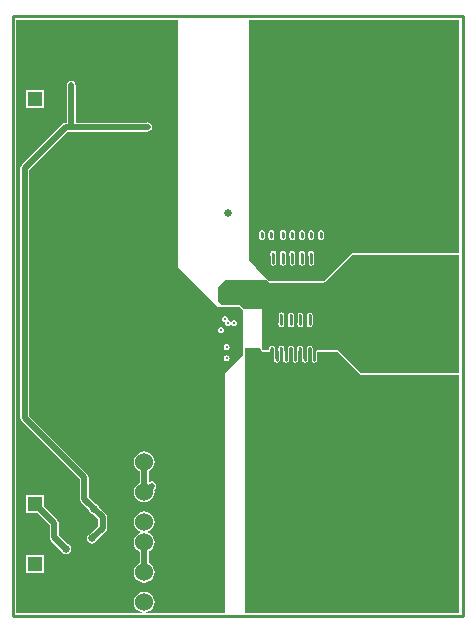
<source format=gbl>
%FSLAX25Y25*%
%MOIN*%
G70*
G01*
G75*
G04 Layer_Physical_Order=4*
G04 Layer_Color=16711680*
%ADD10R,0.03000X0.03370*%
%ADD11R,0.03000X0.03000*%
%ADD12R,0.01181X0.02559*%
%ADD13R,0.07000X0.13500*%
%ADD14R,0.06890X0.05709*%
%ADD15R,0.02953X0.01181*%
%ADD16R,0.02362X0.01181*%
%ADD17R,0.01575X0.02362*%
%ADD18C,0.00886*%
G04:AMPARAMS|DCode=19|XSize=10.83mil|YSize=57.36mil|CornerRadius=2.71mil|HoleSize=0mil|Usage=FLASHONLY|Rotation=180.000|XOffset=0mil|YOffset=0mil|HoleType=Round|Shape=RoundedRectangle|*
%AMROUNDEDRECTD19*
21,1,0.01083,0.05195,0,0,180.0*
21,1,0.00541,0.05736,0,0,180.0*
1,1,0.00541,-0.00271,0.02597*
1,1,0.00541,0.00271,0.02597*
1,1,0.00541,0.00271,-0.02597*
1,1,0.00541,-0.00271,-0.02597*
%
%ADD19ROUNDEDRECTD19*%
G04:AMPARAMS|DCode=20|XSize=10.83mil|YSize=25.79mil|CornerRadius=2.71mil|HoleSize=0mil|Usage=FLASHONLY|Rotation=180.000|XOffset=0mil|YOffset=0mil|HoleType=Round|Shape=RoundedRectangle|*
%AMROUNDEDRECTD20*
21,1,0.01083,0.02037,0,0,180.0*
21,1,0.00541,0.02579,0,0,180.0*
1,1,0.00541,-0.00271,0.01019*
1,1,0.00541,0.00271,0.01019*
1,1,0.00541,0.00271,-0.01019*
1,1,0.00541,-0.00271,-0.01019*
%
%ADD20ROUNDEDRECTD20*%
%ADD21R,0.02362X0.01575*%
%ADD22R,0.05000X0.03000*%
%ADD23R,0.03150X0.03150*%
%ADD24R,0.03937X0.07874*%
%ADD25C,0.02000*%
%ADD26C,0.01500*%
%ADD27C,0.01969*%
%ADD28C,0.01800*%
%ADD29C,0.01200*%
%ADD30C,0.00800*%
%ADD31C,0.01000*%
%ADD32C,0.00984*%
%ADD33C,0.00600*%
%ADD34C,0.01083*%
%ADD35R,0.08268X0.05118*%
%ADD36R,0.09055X0.03937*%
%ADD37R,0.07087X0.03937*%
%ADD38R,0.07087X0.04331*%
%ADD39R,0.02756X0.07087*%
%ADD40R,0.01969X0.07972*%
%ADD41C,0.00984*%
%ADD42C,0.06000*%
%ADD43C,0.05000*%
%ADD44R,0.05000X0.05000*%
%ADD45C,0.02500*%
%ADD46C,0.02000*%
%ADD47C,0.01000*%
%ADD48R,0.00295X0.00098*%
G36*
X148819Y81102D02*
X116142D01*
X109055Y88189D01*
D01*
X109055D01*
X108774Y88470D01*
X108774Y88470D01*
X108621Y88534D01*
X108572Y88583D01*
X108363Y88669D01*
X108260D01*
X108164Y88709D01*
X101625D01*
X101530Y88669D01*
X101426D01*
X101323Y88626D01*
X101250Y88553D01*
X101155Y88514D01*
X101115Y88418D01*
X101042Y88345D01*
Y88242D01*
X101003Y88146D01*
Y85665D01*
X100043D01*
Y88351D01*
X100004Y88446D01*
Y88550D01*
X99947Y88686D01*
Y89274D01*
Y89325D01*
X99871Y89707D01*
X99655Y90031D01*
X99330Y90248D01*
X98948Y90324D01*
X98566Y90248D01*
X98242Y90031D01*
X98025Y89707D01*
X97949Y89325D01*
Y89274D01*
Y88686D01*
X97892Y88550D01*
Y88446D01*
X97853Y88351D01*
Y85665D01*
X96894D01*
Y88351D01*
X96854Y88446D01*
Y88550D01*
X96798Y88686D01*
Y89291D01*
Y89343D01*
X96722Y89725D01*
X96505Y90049D01*
X96181Y90266D01*
X95798Y90342D01*
X95416Y90266D01*
X95092Y90049D01*
X94875Y89725D01*
X94799Y89343D01*
Y89291D01*
Y88686D01*
X94743Y88550D01*
Y88446D01*
X94703Y88351D01*
Y85665D01*
X93744D01*
Y88412D01*
X93704Y88507D01*
Y88611D01*
X93673Y88686D01*
Y89309D01*
Y89360D01*
X93597Y89743D01*
X93381Y90067D01*
X93056Y90284D01*
X92674Y90360D01*
X92292Y90284D01*
X91967Y90067D01*
X91751Y89743D01*
X91675Y89360D01*
Y89309D01*
Y88686D01*
X91618Y88550D01*
Y88446D01*
X91579Y88351D01*
Y85665D01*
X90620D01*
Y88351D01*
X90580Y88446D01*
Y88550D01*
X90524Y88686D01*
Y89309D01*
Y89360D01*
X90448Y89743D01*
X90231Y90067D01*
X89907Y90284D01*
X89524Y90360D01*
X89142Y90284D01*
X88818Y90067D01*
X88601Y89743D01*
X88525Y89360D01*
Y89309D01*
Y88686D01*
X88469Y88550D01*
Y88446D01*
X88429Y88351D01*
Y85665D01*
X87470D01*
Y88351D01*
X87430Y88446D01*
Y88550D01*
X87374Y88686D01*
Y89309D01*
Y89360D01*
X87298Y89743D01*
X87081Y90067D01*
X86757Y90284D01*
X86375Y90360D01*
X85992Y90284D01*
X85668Y90067D01*
X85452Y89743D01*
X85376Y89360D01*
Y89309D01*
Y88812D01*
X85345Y88739D01*
X85272Y88709D01*
X83442D01*
X83266Y88782D01*
X83144Y88903D01*
X83071Y89080D01*
Y89370D01*
Y97479D01*
Y102362D01*
X77165D01*
X75590Y103937D01*
X69685D01*
X68504Y105118D01*
Y109449D01*
Y109843D01*
X70866Y112205D01*
X84501D01*
X85263Y111444D01*
X85630Y111292D01*
X103543D01*
X103911Y111444D01*
X104672Y112205D01*
X104724D01*
X110630Y118110D01*
X112992Y120472D01*
X148819D01*
Y81102D01*
D02*
G37*
G36*
Y131102D02*
Y121260D01*
X112992D01*
X104304Y112572D01*
X103616Y111884D01*
X103440Y111811D01*
X85733D01*
X85557Y111884D01*
X84869Y112572D01*
X81201Y116240D01*
X78740Y118701D01*
Y129134D01*
Y185827D01*
Y198819D01*
X148819D01*
Y131102D01*
D02*
G37*
G36*
X99428Y89274D02*
D01*
Y88686D01*
X99467Y88591D01*
Y88487D01*
X99496Y88418D01*
X99524Y88351D01*
Y85665D01*
Y85575D01*
X99600Y85192D01*
X99816Y84868D01*
X100140Y84652D01*
X100523Y84576D01*
X100905Y84652D01*
X101229Y84868D01*
X101446Y85192D01*
X101522Y85575D01*
Y88043D01*
Y88146D01*
X101522D01*
X101530Y88149D01*
X101625Y88189D01*
X101729D01*
X108164D01*
D01*
X108373Y88103D01*
X108422Y88054D01*
X108480Y88030D01*
X108688Y87822D01*
X108688Y87822D01*
X108688Y87822D01*
X115774Y80735D01*
X116142Y80583D01*
X148819D01*
Y1181D01*
X77559D01*
Y78995D01*
Y89370D01*
X82551D01*
Y89080D01*
X82591Y88984D01*
Y88881D01*
X82664Y88705D01*
X82737Y88631D01*
X82777Y88536D01*
X82898Y88414D01*
X82994Y88375D01*
X83067Y88302D01*
X83243Y88228D01*
X83347D01*
X83442Y88189D01*
X85272D01*
X85368Y88228D01*
X85471Y88228D01*
X85544Y88259D01*
X85544D01*
X85544Y88259D01*
X85544Y88259D01*
X85617Y88332D01*
X85640Y88341D01*
X85649Y88364D01*
X85685Y88399D01*
X85721Y88435D01*
X85743Y88445D01*
X85752Y88467D01*
X85825Y88540D01*
X85825Y88540D01*
X85825Y88540D01*
Y88540D01*
X85856Y88613D01*
X85856Y88716D01*
X85895Y88812D01*
Y89309D01*
D01*
X85907Y89370D01*
X86842D01*
X86854Y89309D01*
D01*
Y88686D01*
X86894Y88591D01*
Y88487D01*
X86923Y88418D01*
X86950Y88351D01*
Y85665D01*
Y85610D01*
X87027Y85228D01*
X87243Y84904D01*
X87567Y84687D01*
X87950Y84611D01*
X88332Y84687D01*
X88656Y84904D01*
X88873Y85228D01*
X88949Y85610D01*
Y88248D01*
Y88351D01*
D01*
X88949Y88351D01*
X89005Y88487D01*
Y88591D01*
X89045Y88686D01*
Y89309D01*
D01*
X89057Y89370D01*
X89992D01*
X90004Y89309D01*
D01*
Y88686D01*
X90044Y88591D01*
Y88487D01*
X90072Y88418D01*
X90100Y88351D01*
Y85665D01*
Y85593D01*
X90176Y85210D01*
X90393Y84886D01*
X90717Y84669D01*
X91099Y84593D01*
X91482Y84669D01*
X91806Y84886D01*
X92022Y85210D01*
X92098Y85593D01*
Y88248D01*
Y88351D01*
D01*
X92098Y88351D01*
X92155Y88487D01*
Y88591D01*
X92194Y88686D01*
Y89309D01*
D01*
X92207Y89370D01*
X93142D01*
X93154Y89309D01*
D01*
Y88686D01*
X93185Y88611D01*
D01*
Y88507D01*
X93204Y88461D01*
X93224Y88412D01*
X93224Y88412D01*
D01*
Y88309D01*
Y85665D01*
Y85575D01*
X93300Y85192D01*
X93517Y84868D01*
X93841Y84652D01*
X94224Y84576D01*
X94606Y84652D01*
X94930Y84868D01*
X95147Y85192D01*
X95223Y85575D01*
Y88248D01*
Y88351D01*
D01*
X95223Y88351D01*
X95279Y88487D01*
Y88591D01*
X95319Y88686D01*
Y89291D01*
D01*
X95334Y89370D01*
X96262D01*
X96278Y89291D01*
D01*
Y88686D01*
X96318Y88591D01*
Y88487D01*
X96346Y88418D01*
X96374Y88351D01*
Y85665D01*
Y85575D01*
X96450Y85192D01*
X96667Y84868D01*
X96991Y84652D01*
X97373Y84576D01*
X97756Y84652D01*
X98080Y84868D01*
X98296Y85192D01*
X98372Y85575D01*
Y88248D01*
Y88351D01*
D01*
X98372Y88351D01*
X98429Y88487D01*
Y88591D01*
X98468Y88686D01*
Y89274D01*
D01*
X98488Y89370D01*
X99409D01*
X99428Y89274D01*
D02*
G37*
G36*
X55118Y142126D02*
Y116535D01*
X67716Y103937D01*
X68504Y103150D01*
X75643D01*
X76772Y102021D01*
Y94095D01*
Y87148D01*
X73552Y83928D01*
X73622Y83858D01*
X70866Y81102D01*
Y76378D01*
Y1181D01*
X1181D01*
Y198819D01*
X55118D01*
Y142126D01*
D02*
G37*
%LPC*%
G36*
X89524Y101320D02*
X89142Y101244D01*
X88818Y101028D01*
X88601Y100703D01*
X88525Y100321D01*
Y97321D01*
X88525Y97321D01*
X88525Y97321D01*
X88601Y96938D01*
X88818Y96614D01*
X89142Y96398D01*
X89524Y96322D01*
X89907Y96398D01*
X90231Y96614D01*
X90448Y96938D01*
X90524Y97321D01*
X90524Y97321D01*
X90524Y97321D01*
Y100321D01*
X90448Y100703D01*
X90231Y101028D01*
X89907Y101244D01*
X89524Y101320D01*
D02*
G37*
G36*
X69390Y96472D02*
X69007Y96396D01*
X68683Y96179D01*
X68467Y95855D01*
X68391Y95472D01*
X68467Y95090D01*
X68683Y94766D01*
X69007Y94549D01*
X69390Y94473D01*
X69772Y94549D01*
X70096Y94766D01*
X70313Y95090D01*
X70389Y95472D01*
X70313Y95855D01*
X70096Y96179D01*
X69772Y96396D01*
X69390Y96472D01*
D02*
G37*
G36*
X95824Y101320D02*
X95441Y101244D01*
X95117Y101028D01*
X94901Y100703D01*
X94824Y100321D01*
Y97321D01*
X94901Y96939D01*
X95117Y96614D01*
X95441Y96398D01*
X95824Y96322D01*
X96206Y96398D01*
X96530Y96614D01*
X96747Y96939D01*
X96823Y97321D01*
Y100321D01*
X96747Y100703D01*
X96530Y101028D01*
X96206Y101244D01*
X95824Y101320D01*
D02*
G37*
G36*
X98973D02*
X98591Y101244D01*
X98267Y101028D01*
X98050Y100703D01*
X97974Y100321D01*
Y97321D01*
X98050Y96939D01*
X98267Y96614D01*
X98591Y96398D01*
X98973Y96322D01*
X99356Y96398D01*
X99680Y96614D01*
X99896Y96939D01*
X99972Y97321D01*
Y100321D01*
X99896Y100703D01*
X99680Y101028D01*
X99356Y101244D01*
X98973Y101320D01*
D02*
G37*
G36*
X92674D02*
X92292Y101244D01*
X91967Y101028D01*
X91751Y100703D01*
X91675Y100321D01*
Y97321D01*
X91675Y97321D01*
X91675Y97321D01*
X91751Y96938D01*
X91967Y96614D01*
X92292Y96398D01*
X92674Y96322D01*
X93056Y96398D01*
X93381Y96614D01*
X93597Y96938D01*
X93673Y97321D01*
X93673Y97321D01*
X93673Y97321D01*
Y100321D01*
X93597Y100703D01*
X93381Y101028D01*
X93056Y101244D01*
X92674Y101320D01*
D02*
G37*
G36*
X71260Y90861D02*
X70877Y90785D01*
X70553Y90569D01*
X70337Y90245D01*
X70261Y89862D01*
X70337Y89480D01*
X70553Y89156D01*
X70877Y88939D01*
X71260Y88863D01*
X71642Y88939D01*
X71966Y89156D01*
X72183Y89480D01*
X72259Y89862D01*
X72183Y90245D01*
X71966Y90569D01*
X71642Y90785D01*
X71260Y90861D01*
D02*
G37*
G36*
X10480Y20480D02*
X4520D01*
Y14520D01*
X10480D01*
Y20480D01*
D02*
G37*
G36*
X43795Y35006D02*
X42887Y34887D01*
X42040Y34536D01*
X41313Y33978D01*
X40756Y33251D01*
X40405Y32405D01*
X40285Y31496D01*
X40405Y30588D01*
X40756Y29741D01*
X41313Y29014D01*
X42040Y28456D01*
X42876Y28110D01*
X42040Y27764D01*
X41313Y27206D01*
X40756Y26479D01*
X40405Y25633D01*
X40285Y24724D01*
X40405Y23816D01*
X40756Y22969D01*
X41313Y22242D01*
X42040Y21685D01*
X42286Y21583D01*
Y17866D01*
X42040Y17764D01*
X41313Y17206D01*
X40756Y16479D01*
X40405Y15633D01*
X40285Y14724D01*
X40405Y13816D01*
X40756Y12969D01*
X41313Y12242D01*
X42040Y11685D01*
X42887Y11334D01*
X43795Y11214D01*
X44704Y11334D01*
X45550Y11685D01*
X46277Y12242D01*
X46835Y12969D01*
X47186Y13816D01*
X47305Y14724D01*
X47186Y15633D01*
X46835Y16479D01*
X46277Y17206D01*
X45550Y17764D01*
X45304Y17866D01*
Y21583D01*
X45550Y21685D01*
X46277Y22242D01*
X46835Y22969D01*
X47186Y23816D01*
X47305Y24724D01*
X47186Y25633D01*
X46835Y26479D01*
X46277Y27206D01*
X45550Y27764D01*
X44715Y28110D01*
X45550Y28456D01*
X46277Y29014D01*
X46835Y29741D01*
X47186Y30588D01*
X47305Y31496D01*
X47186Y32405D01*
X46835Y33251D01*
X46277Y33978D01*
X45550Y34536D01*
X44704Y34887D01*
X43795Y35006D01*
D02*
G37*
G36*
Y8234D02*
X42887Y8115D01*
X42040Y7764D01*
X41313Y7206D01*
X40756Y6479D01*
X40405Y5633D01*
X40285Y4724D01*
X40405Y3816D01*
X40756Y2969D01*
X41313Y2242D01*
X42040Y1685D01*
X42887Y1334D01*
X43795Y1214D01*
X44704Y1334D01*
X45550Y1685D01*
X46277Y2242D01*
X46835Y2969D01*
X47186Y3816D01*
X47305Y4724D01*
X47186Y5633D01*
X46835Y6479D01*
X46277Y7206D01*
X45550Y7764D01*
X44704Y8115D01*
X43795Y8234D01*
D02*
G37*
G36*
X10480Y40480D02*
X4520D01*
Y34520D01*
X8346D01*
X12270Y30595D01*
Y26378D01*
X12385Y25800D01*
X12712Y25311D01*
X16045Y21979D01*
X16087Y21766D01*
X16469Y21194D01*
X17041Y20811D01*
X17717Y20677D01*
X18392Y20811D01*
X18964Y21194D01*
X19346Y21766D01*
X19480Y22441D01*
X19346Y23116D01*
X18964Y23688D01*
X18392Y24071D01*
X18179Y24113D01*
X15289Y27003D01*
Y31220D01*
X15289Y31220D01*
X15174Y31798D01*
X15065Y31960D01*
X14846Y32287D01*
X14846Y32287D01*
X10480Y36654D01*
Y40480D01*
D02*
G37*
G36*
X71260Y87023D02*
X70877Y86947D01*
X70553Y86730D01*
X70337Y86406D01*
X70261Y86024D01*
X70337Y85641D01*
X70553Y85317D01*
X70877Y85101D01*
X71260Y85024D01*
X71642Y85101D01*
X71966Y85317D01*
X72183Y85641D01*
X72259Y86024D01*
X72183Y86406D01*
X71966Y86730D01*
X71642Y86947D01*
X71260Y87023D01*
D02*
G37*
G36*
X43795Y55006D02*
X42887Y54887D01*
X42040Y54536D01*
X41313Y53978D01*
X40756Y53251D01*
X40405Y52404D01*
X40285Y51496D01*
X40405Y50588D01*
X40756Y49741D01*
X41313Y49014D01*
X42040Y48456D01*
X42286Y48354D01*
Y44638D01*
X42040Y44536D01*
X41313Y43978D01*
X40756Y43251D01*
X40405Y42404D01*
X40285Y41496D01*
X40405Y40588D01*
X40756Y39741D01*
X41313Y39014D01*
X42040Y38456D01*
X42887Y38106D01*
X43795Y37986D01*
X44704Y38106D01*
X45550Y38456D01*
X46277Y39014D01*
X46835Y39741D01*
X47186Y40588D01*
X47305Y41496D01*
X47212Y42205D01*
X47417Y42409D01*
X47744Y42899D01*
X47859Y43476D01*
X47744Y44054D01*
X47417Y44543D01*
X46927Y44870D01*
X46350Y44985D01*
X45772Y44870D01*
X45378Y44607D01*
X45304Y44638D01*
Y48354D01*
X45550Y48456D01*
X46277Y49014D01*
X46835Y49741D01*
X47186Y50588D01*
X47305Y51496D01*
X47186Y52404D01*
X46835Y53251D01*
X46277Y53978D01*
X45550Y54536D01*
X44704Y54887D01*
X43795Y55006D01*
D02*
G37*
G36*
X19500Y178509D02*
X18923Y178394D01*
X18433Y178067D01*
X18106Y177577D01*
X17991Y177000D01*
Y164600D01*
X17618D01*
X17041Y164485D01*
X16551Y164158D01*
X2968Y150575D01*
X2641Y150085D01*
X2526Y149508D01*
Y66043D01*
X2641Y65466D01*
X2968Y64976D01*
X22255Y45690D01*
Y39236D01*
X22370Y38659D01*
X22697Y38169D01*
X25491Y35375D01*
X25536Y35152D01*
X25918Y34580D01*
X26490Y34197D01*
X26713Y34153D01*
X28491Y32375D01*
Y30125D01*
X26038Y27672D01*
X25825Y27630D01*
X25253Y27247D01*
X24870Y26675D01*
X24736Y26000D01*
X24870Y25325D01*
X25253Y24753D01*
X25825Y24370D01*
X26500Y24236D01*
X27175Y24370D01*
X27747Y24753D01*
X28130Y25325D01*
X28172Y25538D01*
X31067Y28433D01*
X31394Y28923D01*
X31509Y29500D01*
X31509Y29500D01*
Y30000D01*
Y33000D01*
X31509Y33000D01*
X31394Y33577D01*
X31286Y33740D01*
X31067Y34067D01*
X31067Y34067D01*
X28835Y36299D01*
X28795Y36502D01*
X28413Y37074D01*
X27840Y37456D01*
X27637Y37497D01*
X25273Y39861D01*
Y46315D01*
X25158Y46892D01*
X24831Y47382D01*
X5544Y66668D01*
Y148883D01*
X18243Y161582D01*
X44882D01*
X45459Y161696D01*
X45949Y162023D01*
X45988Y162083D01*
X46047Y162122D01*
X46374Y162611D01*
X46489Y163189D01*
X46374Y163767D01*
X46047Y164256D01*
X45558Y164583D01*
X44980Y164698D01*
X44486Y164600D01*
X21009D01*
Y177000D01*
X20894Y177577D01*
X20567Y178067D01*
X20077Y178394D01*
X19500Y178509D01*
D02*
G37*
G36*
X96358Y128877D02*
X95976Y128801D01*
X95652Y128585D01*
X95435Y128260D01*
X95359Y127878D01*
Y126378D01*
X95435Y125996D01*
X95652Y125671D01*
X95976Y125455D01*
X96358Y125379D01*
X96741Y125455D01*
X97065Y125671D01*
X97281Y125996D01*
X97357Y126378D01*
Y127878D01*
X97281Y128260D01*
X97065Y128585D01*
X96741Y128801D01*
X96358Y128877D01*
D02*
G37*
G36*
X93209D02*
X92826Y128801D01*
X92502Y128585D01*
X92286Y128260D01*
X92210Y127878D01*
Y126378D01*
X92286Y125996D01*
X92502Y125671D01*
X92826Y125455D01*
X93209Y125379D01*
X93591Y125455D01*
X93915Y125671D01*
X94132Y125996D01*
X94208Y126378D01*
Y127878D01*
X94132Y128260D01*
X93915Y128585D01*
X93591Y128801D01*
X93209Y128877D01*
D02*
G37*
G36*
X86221D02*
X85838Y128801D01*
X85514Y128585D01*
X85297Y128260D01*
X85221Y127878D01*
Y126378D01*
X85297Y125996D01*
X85514Y125671D01*
X85838Y125455D01*
X86221Y125379D01*
X86603Y125455D01*
X86927Y125671D01*
X87144Y125996D01*
X87220Y126378D01*
Y127878D01*
X87144Y128260D01*
X86927Y128585D01*
X86603Y128801D01*
X86221Y128877D01*
D02*
G37*
G36*
X99508D02*
X99125Y128801D01*
X98801Y128585D01*
X98585Y128260D01*
X98509Y127878D01*
Y126378D01*
X98585Y125996D01*
X98801Y125671D01*
X99125Y125455D01*
X99508Y125379D01*
X99890Y125455D01*
X100214Y125671D01*
X100431Y125996D01*
X100507Y126378D01*
Y127878D01*
X100431Y128260D01*
X100214Y128585D01*
X99890Y128801D01*
X99508Y128877D01*
D02*
G37*
G36*
X10480Y175480D02*
X4520D01*
Y169520D01*
X10480D01*
Y175480D01*
D02*
G37*
G36*
X90059Y128976D02*
X89677Y128900D01*
X89353Y128683D01*
X89136Y128359D01*
X89060Y127976D01*
Y126476D01*
X89136Y126094D01*
X89353Y125770D01*
X89677Y125553D01*
X90059Y125477D01*
X90441Y125553D01*
X90766Y125770D01*
X90982Y126094D01*
X91058Y126476D01*
Y127976D01*
X90982Y128359D01*
X90766Y128683D01*
X90441Y128900D01*
X90059Y128976D01*
D02*
G37*
G36*
X102657Y128877D02*
X102275Y128801D01*
X101951Y128585D01*
X101734Y128260D01*
X101658Y127878D01*
Y126378D01*
X101734Y125996D01*
X101951Y125671D01*
X102275Y125455D01*
X102657Y125379D01*
X103040Y125455D01*
X103364Y125671D01*
X103581Y125996D01*
X103657Y126378D01*
Y127878D01*
X103581Y128260D01*
X103364Y128585D01*
X103040Y128801D01*
X102657Y128877D01*
D02*
G37*
G36*
X83071Y128877D02*
X82688Y128801D01*
X82364Y128585D01*
X82148Y128260D01*
X82072Y127878D01*
Y126378D01*
X82148Y125996D01*
X82364Y125671D01*
X82688Y125455D01*
X83071Y125379D01*
X83453Y125455D01*
X83777Y125671D01*
X83994Y125996D01*
X84070Y126378D01*
Y127878D01*
X83994Y128260D01*
X83777Y128585D01*
X83453Y128801D01*
X83071Y128877D01*
D02*
G37*
G36*
X86876Y121974D02*
X86493Y121898D01*
X86169Y121681D01*
X85952Y121357D01*
X85876Y120975D01*
Y117975D01*
X85952Y117592D01*
X86169Y117268D01*
X86493Y117052D01*
X86876Y116976D01*
X87258Y117052D01*
X87582Y117268D01*
X87799Y117592D01*
X87875Y117975D01*
Y120975D01*
X87799Y121357D01*
X87582Y121681D01*
X87258Y121898D01*
X86876Y121974D01*
D02*
G37*
G36*
X73721Y98735D02*
X73338Y98659D01*
X73014Y98443D01*
X72797Y98119D01*
X72721Y97736D01*
X72797Y97354D01*
X73014Y97030D01*
X73338Y96813D01*
X73721Y96737D01*
X74103Y96813D01*
X74427Y97030D01*
X74644Y97354D01*
X74720Y97736D01*
X74644Y98119D01*
X74427Y98443D01*
X74103Y98659D01*
X73721Y98735D01*
D02*
G37*
G36*
X70768Y100212D02*
X70385Y100136D01*
X70061Y99919D01*
X69845Y99595D01*
X69769Y99213D01*
X69845Y98830D01*
X70061Y98506D01*
X70385Y98289D01*
X70768Y98213D01*
X70798Y98219D01*
X70730Y98119D01*
X70654Y97736D01*
X70730Y97354D01*
X70947Y97030D01*
X71271Y96813D01*
X71653Y96737D01*
X72036Y96813D01*
X72360Y97030D01*
X72577Y97354D01*
X72653Y97736D01*
X72577Y98119D01*
X72360Y98443D01*
X72036Y98659D01*
X71653Y98735D01*
X71623Y98729D01*
X71691Y98830D01*
X71767Y99213D01*
X71691Y99595D01*
X71474Y99919D01*
X71150Y100136D01*
X70768Y100212D01*
D02*
G37*
G36*
X90025Y121974D02*
X89643Y121898D01*
X89319Y121681D01*
X89102Y121357D01*
X89026Y120975D01*
Y117975D01*
X89102Y117592D01*
X89319Y117268D01*
X89643Y117052D01*
X90025Y116976D01*
X90408Y117052D01*
X90732Y117268D01*
X90948Y117592D01*
X91024Y117975D01*
Y120975D01*
X90948Y121357D01*
X90732Y121681D01*
X90408Y121898D01*
X90025Y121974D01*
D02*
G37*
G36*
X99474D02*
X99092Y121898D01*
X98767Y121681D01*
X98551Y121357D01*
X98475Y120975D01*
Y117975D01*
X98551Y117592D01*
X98767Y117268D01*
X99092Y117052D01*
X99474Y116976D01*
X99856Y117052D01*
X100180Y117268D01*
X100397Y117592D01*
X100473Y117975D01*
Y120975D01*
X100397Y121357D01*
X100180Y121681D01*
X99856Y121898D01*
X99474Y121974D01*
D02*
G37*
G36*
X96324D02*
X95942Y121898D01*
X95618Y121681D01*
X95401Y121357D01*
X95325Y120975D01*
Y117975D01*
X95401Y117592D01*
X95618Y117268D01*
X95942Y117052D01*
X96324Y116976D01*
X96707Y117052D01*
X97031Y117268D01*
X97247Y117592D01*
X97324Y117975D01*
Y120975D01*
X97247Y121357D01*
X97031Y121681D01*
X96707Y121898D01*
X96324Y121974D01*
D02*
G37*
G36*
X93175D02*
X92792Y121898D01*
X92468Y121681D01*
X92252Y121357D01*
X92176Y120975D01*
Y117975D01*
X92252Y117592D01*
X92468Y117268D01*
X92792Y117052D01*
X93175Y116976D01*
X93557Y117052D01*
X93881Y117268D01*
X94098Y117592D01*
X94174Y117975D01*
Y120975D01*
X94098Y121357D01*
X93881Y121681D01*
X93557Y121898D01*
X93175Y121974D01*
D02*
G37*
%LPD*%
D25*
X13780Y26378D02*
Y31220D01*
X7500Y37500D02*
X13780Y31220D01*
Y26378D02*
X17717Y22441D01*
X26500Y26000D02*
X30000Y29500D01*
Y30000D01*
X43795Y14724D02*
Y24724D01*
Y41496D02*
Y51496D01*
X18202Y31736D02*
X20022Y29916D01*
X24782D01*
X8300Y7000D02*
X10480Y9180D01*
X14300D01*
X43692Y40819D02*
X46350Y43476D01*
X4035Y66043D02*
Y149508D01*
X17618Y163091D01*
X44882D01*
X23764Y39236D02*
X30000Y33000D01*
X23764Y39236D02*
Y46315D01*
X4035Y66043D02*
X23764Y46315D01*
X30000Y30000D02*
Y33000D01*
X19500Y163591D02*
Y177000D01*
D30*
X75886Y94784D02*
Y97638D01*
D31*
X85313Y117235D02*
Y120235D01*
X101049Y117225D02*
Y120225D01*
X97899Y117225D02*
Y120225D01*
X94750Y117225D02*
Y120225D01*
X91600Y117225D02*
Y120225D01*
X88450Y117225D02*
Y120225D01*
X100523Y85575D02*
Y88575D01*
X97373Y85575D02*
Y88575D01*
X94224Y85575D02*
Y88575D01*
X91099Y85593D02*
Y88593D01*
X87950Y85610D02*
Y88610D01*
X100548Y98071D02*
Y101071D01*
X97398Y98071D02*
Y101071D01*
X94249Y98071D02*
Y101071D01*
X91099Y98071D02*
Y101071D01*
X87950Y98071D02*
Y101071D01*
X98973Y97321D02*
Y100321D01*
X92674Y97321D02*
Y100321D01*
X95824Y97321D02*
Y100321D01*
X89524Y97321D02*
Y100321D01*
X86375Y84860D02*
Y87817D01*
X86350Y87843D02*
X86375Y87817D01*
X89524Y84843D02*
Y87800D01*
X89499Y87825D02*
X89524Y87800D01*
X92649Y84825D02*
Y87825D01*
X95798Y84825D02*
Y87825D01*
X98948Y84825D02*
Y87825D01*
X83071Y126378D02*
Y127878D01*
X86221Y126378D02*
Y127878D01*
X90059Y126476D02*
Y127976D01*
X93209Y126378D02*
Y127878D01*
X96358Y126378D02*
Y127878D01*
X99508Y126378D02*
Y127878D01*
X102657Y126378D02*
Y127878D01*
X86876Y117975D02*
Y120975D01*
X90025Y117975D02*
Y120975D01*
X93175Y117975D02*
Y120975D01*
X96324Y117975D02*
Y120975D01*
X99474Y117975D02*
Y120975D01*
X86375Y86360D02*
Y89360D01*
X89524Y86343D02*
Y89360D01*
X92674Y86350D02*
Y89360D01*
X92649Y86325D02*
X92674Y86350D01*
X95798Y86325D02*
Y89343D01*
X98948Y86325D02*
Y89325D01*
D32*
X0Y0D02*
X150000D01*
X0Y200000D02*
X150000D01*
D41*
Y0D02*
Y200000D01*
X0Y0D02*
Y200000D01*
D42*
X43795Y4724D02*
D03*
Y14724D02*
D03*
Y24724D02*
D03*
Y31496D02*
D03*
Y41496D02*
D03*
Y51496D02*
D03*
D43*
X133000Y155500D02*
D03*
Y145500D02*
D03*
Y135500D02*
D03*
Y125500D02*
D03*
X143000Y155500D02*
D03*
Y145500D02*
D03*
Y135500D02*
D03*
Y125500D02*
D03*
X133000Y75500D02*
D03*
Y65500D02*
D03*
Y55500D02*
D03*
Y45500D02*
D03*
X143000Y115500D02*
D03*
Y105500D02*
D03*
Y95500D02*
D03*
Y85500D02*
D03*
X7500Y182500D02*
D03*
X143000Y75500D02*
D03*
Y65500D02*
D03*
Y55500D02*
D03*
Y45500D02*
D03*
X7500Y7500D02*
D03*
Y27500D02*
D03*
X133000Y115500D02*
D03*
Y105500D02*
D03*
Y95500D02*
D03*
Y85500D02*
D03*
X100394Y77953D02*
D03*
D44*
X7500Y172500D02*
D03*
Y17500D02*
D03*
Y37500D02*
D03*
D45*
X17717Y22441D02*
D03*
X120000Y78000D02*
D03*
Y68000D02*
D03*
Y58000D02*
D03*
X120079Y38189D02*
D03*
Y48425D02*
D03*
X90000Y68000D02*
D03*
X100000D02*
D03*
X110000D02*
D03*
X90000Y78000D02*
D03*
X110000D02*
D03*
X90000Y48000D02*
D03*
X100000D02*
D03*
X110000D02*
D03*
X90000Y58000D02*
D03*
X100000D02*
D03*
X110000D02*
D03*
X113000Y144500D02*
D03*
X103000D02*
D03*
X93000D02*
D03*
X113000Y134500D02*
D03*
X103000D02*
D03*
X93000D02*
D03*
X123228Y144882D02*
D03*
Y154724D02*
D03*
Y134646D02*
D03*
X71878Y134421D02*
D03*
X26500Y26000D02*
D03*
X27165Y35827D02*
D03*
X110000Y38000D02*
D03*
X100000D02*
D03*
X90000D02*
D03*
X130000Y28000D02*
D03*
X120000D02*
D03*
X110000D02*
D03*
X100000D02*
D03*
X90000D02*
D03*
X130000Y18000D02*
D03*
X120000D02*
D03*
X110000D02*
D03*
X100000D02*
D03*
X90000D02*
D03*
X130000Y8000D02*
D03*
X120000D02*
D03*
X110000D02*
D03*
X100000D02*
D03*
X90000D02*
D03*
X140000D02*
D03*
Y18000D02*
D03*
Y28000D02*
D03*
X143000Y184500D02*
D03*
Y174500D02*
D03*
Y164500D02*
D03*
X113000Y154500D02*
D03*
X103000D02*
D03*
X93000D02*
D03*
Y164500D02*
D03*
X103000D02*
D03*
X113000D02*
D03*
X123000D02*
D03*
X133000D02*
D03*
X93000Y174500D02*
D03*
X103000D02*
D03*
X113000D02*
D03*
X123000D02*
D03*
X133000D02*
D03*
X93000Y184500D02*
D03*
X103000D02*
D03*
X113000D02*
D03*
X123000D02*
D03*
X133000D02*
D03*
X18202Y31736D02*
D03*
D46*
X26691Y172570D02*
D03*
Y175370D02*
D03*
X30191Y175270D02*
D03*
X30091Y172570D02*
D03*
X44980Y163189D02*
D03*
X19500Y177000D02*
D03*
D47*
X102657Y127878D02*
D03*
X99508Y127878D02*
D03*
X96358D02*
D03*
Y126378D02*
D03*
X99508D02*
D03*
X102657Y126378D02*
D03*
X93209Y127878D02*
D03*
X90059Y127976D02*
D03*
X86221Y127878D02*
D03*
X83071D02*
D03*
Y126378D02*
D03*
X86221D02*
D03*
X90059Y126476D02*
D03*
X93209Y126378D02*
D03*
X91600Y117225D02*
D03*
X85313Y117235D02*
D03*
Y118735D02*
D03*
X85301Y120187D02*
D03*
X101049Y117225D02*
D03*
Y118725D02*
D03*
X101037Y120177D02*
D03*
X73721Y97736D02*
D03*
X70768Y99213D02*
D03*
X71653Y97736D02*
D03*
X71850Y104337D02*
D03*
X75886Y97638D02*
D03*
X90025Y120975D02*
D03*
Y119475D02*
D03*
Y117975D02*
D03*
X93175Y120975D02*
D03*
Y119475D02*
D03*
Y117975D02*
D03*
X75886Y96161D02*
D03*
X69390Y95472D02*
D03*
X71260Y89862D02*
D03*
X71260Y86024D02*
D03*
X75886Y94784D02*
D03*
X86350Y87843D02*
D03*
X86375Y86360D02*
D03*
X87950Y85610D02*
D03*
Y87110D02*
D03*
Y88610D02*
D03*
X78740Y102854D02*
D03*
X80610D02*
D03*
X80250Y103971D02*
D03*
X91099Y88593D02*
D03*
Y87093D02*
D03*
Y85593D02*
D03*
X89524Y86343D02*
D03*
X100523Y85575D02*
D03*
Y87075D02*
D03*
Y88575D02*
D03*
X89499Y87825D02*
D03*
X92674Y89360D02*
D03*
X92649Y86325D02*
D03*
Y87825D02*
D03*
X95798D02*
D03*
Y86325D02*
D03*
X89524Y89360D02*
D03*
X94224Y85575D02*
D03*
Y87075D02*
D03*
Y88575D02*
D03*
X97373D02*
D03*
Y87075D02*
D03*
Y85575D02*
D03*
X86375Y89360D02*
D03*
X98948Y86325D02*
D03*
Y87825D02*
D03*
X97899Y120225D02*
D03*
Y118725D02*
D03*
Y117225D02*
D03*
X96324Y117975D02*
D03*
Y119475D02*
D03*
Y120975D02*
D03*
X94750Y117225D02*
D03*
Y118725D02*
D03*
Y120225D02*
D03*
X91600D02*
D03*
Y118725D02*
D03*
X88439Y120177D02*
D03*
X88450Y118725D02*
D03*
Y117225D02*
D03*
X86876Y117975D02*
D03*
Y119475D02*
D03*
Y120975D02*
D03*
X99474D02*
D03*
Y119475D02*
D03*
Y117975D02*
D03*
X100548Y98071D02*
D03*
Y99571D02*
D03*
Y101071D02*
D03*
X91099Y98071D02*
D03*
X87950Y101071D02*
D03*
Y99571D02*
D03*
Y98071D02*
D03*
X91099Y101071D02*
D03*
Y99571D02*
D03*
X92674Y97321D02*
D03*
Y98821D02*
D03*
Y100321D02*
D03*
X95824D02*
D03*
Y98821D02*
D03*
Y97321D02*
D03*
X94249Y98071D02*
D03*
Y99571D02*
D03*
Y101071D02*
D03*
X97398D02*
D03*
Y99571D02*
D03*
Y98071D02*
D03*
X98973Y97321D02*
D03*
Y98821D02*
D03*
Y100321D02*
D03*
X89524D02*
D03*
Y98821D02*
D03*
Y97321D02*
D03*
X95798Y89343D02*
D03*
X70669Y108858D02*
D03*
Y107579D02*
D03*
X98948Y89325D02*
D03*
M02*

</source>
